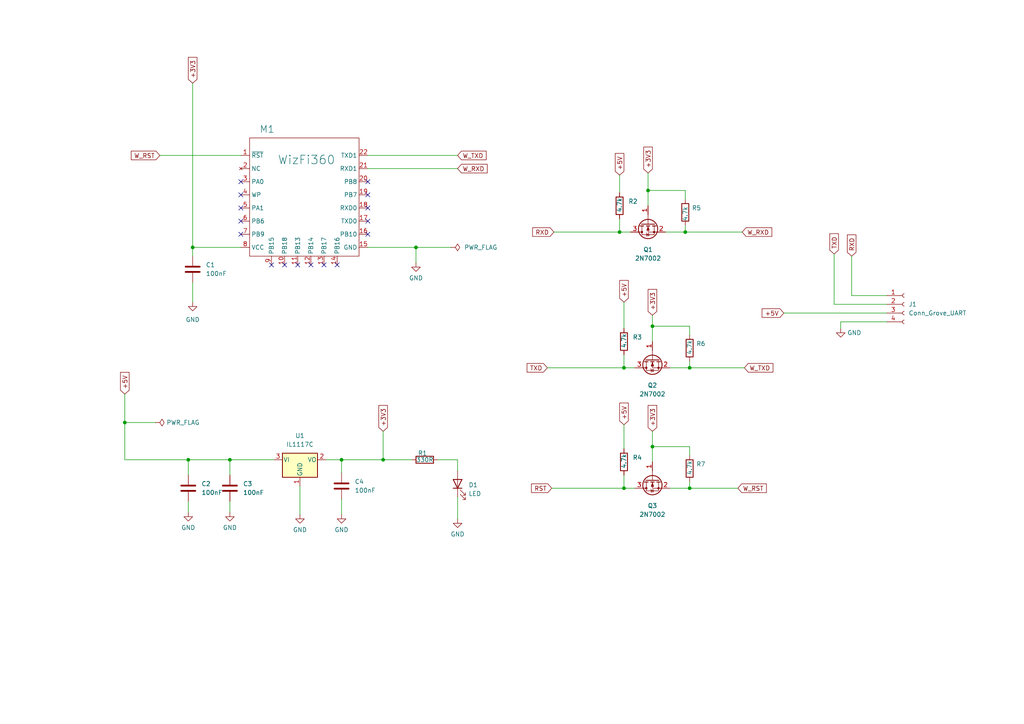
<source format=kicad_sch>
(kicad_sch (version 20211123) (generator eeschema)
  (paper "A4")
  (title_block (title "Grove_WizFi360") (date "2022-09-03") (rev "v01") (company "TinkererWay") (comment 2 "creativecommons.org/licenses/by/4.0/") (comment 3 "License: CC BY 4.0") (comment 4 "Author: Amal Mathew"))
  (lib_symbols
    (symbol "Connector:Conn_01x04_Female" (pin_names (offset 1.016) hide)
      (property "Reference" "J" (at 0 5.08 0))
      (property "Value" "Conn_01x04_Female" (at 0 -7.62 0))
      (symbol "Conn_01x04_Female_1_1"
        (arc (start 0 -4.572) (mid -0.508 -5.08) (end 0 -5.588) (stroke (width 0.1524)))
        (arc (start 0 -2.032) (mid -0.508 -2.54) (end 0 -3.048) (stroke (width 0.1524)))
        (polyline (pts (xy -1.27 -5.08) (xy -0.508 -5.08)) (stroke (width 0.1524)))
        (polyline (pts (xy -1.27 -2.54) (xy -0.508 -2.54)) (stroke (width 0.1524)))
        (polyline (pts (xy -1.27 0) (xy -0.508 0)) (stroke (width 0.1524)))
        (polyline (pts (xy -1.27 2.54) (xy -0.508 2.54)) (stroke (width 0.1524)))
        (arc (start 0 0.508) (mid -0.508 0) (end 0 -0.508) (stroke (width 0.1524)))
        (arc (start 0 3.048) (mid -0.508 2.54) (end 0 2.032) (stroke (width 0.1524)))
        (pin passive line (at -5.08 2.54 0) (length 3.81) (name "Pin_1") (number "1"))
        (pin passive line (at -5.08 0 0) (length 3.81) (name "Pin_2") (number "2"))
        (pin passive line (at -5.08 -2.54 0) (length 3.81) (name "Pin_3") (number "3"))
        (pin passive line (at -5.08 -5.08 0) (length 3.81) (name "Pin_4") (number "4"))
      )
    )
    (symbol "Device:C" (pin_numbers hide) (pin_names (offset 0.254))
      (property "Reference" "C" (at 0.635 2.54 0))
      (property "Value" "C" (at 0.635 -2.54 0))
      (symbol "C_0_1"
        (polyline (pts (xy -2.032 -0.762) (xy 2.032 -0.762)) (stroke (width 0.508)))
        (polyline (pts (xy -2.032 0.762) (xy 2.032 0.762)) (stroke (width 0.508)))
      )
      (symbol "C_1_1"
        (pin passive line (at 0 3.81 270) (length 2.794) (name "~") (number "1"))
        (pin passive line (at 0 -3.81 90) (length 2.794) (name "~") (number "2"))
      )
    )
    (symbol "Device:LED" (pin_numbers hide) (pin_names (offset 1.016) hide)
      (property "Reference" "D" (at 0 2.54 0))
      (property "Value" "LED" (at 0 -2.54 0))
      (symbol "LED_0_1"
        (polyline (pts (xy -1.27 -1.27) (xy -1.27 1.27)) (stroke (width 0.254)))
        (polyline (pts (xy -1.27 0) (xy 1.27 0)))
        (polyline (pts (xy 1.27 -1.27) (xy 1.27 1.27) (xy -1.27 0) (xy 1.27 -1.27)) (stroke (width 0.254)))
        (polyline (pts (xy -3.048 -0.762) (xy -4.572 -2.286) (xy -3.81 -2.286) (xy -4.572 -2.286) (xy -4.572 -1.524)))
        (polyline (pts (xy -1.778 -0.762) (xy -3.302 -2.286) (xy -2.54 -2.286) (xy -3.302 -2.286) (xy -3.302 -1.524)))
      )
      (symbol "LED_1_1"
        (pin passive line (at -3.81 0 0) (length 2.54) (name "K") (number "1"))
        (pin passive line (at 3.81 0 180) (length 2.54) (name "A") (number "2"))
      )
    )
    (symbol "Device:R" (pin_numbers hide) (pin_names (offset 0))
      (property "Reference" "R" (at 2.032 0 90))
      (property "Value" "R" (at 0 0 90))
      (symbol "R_0_1"
        (rectangle (start -1.016 -2.54) (end 1.016 2.54) (stroke (width 0.254)))
      )
      (symbol "R_1_1"
        (pin passive line (at 0 3.81 270) (length 1.27) (name "~") (number "1"))
        (pin passive line (at 0 -3.81 90) (length 1.27) (name "~") (number "2"))
      )
    )
    (symbol "Regulator_Linear:AP1117-33" (pin_names (offset 0.254))
      (property "Reference" "U" (at -3.81 3.175 0))
      (property "Value" "AP1117-33" (at 0 3.175 0))
      (symbol "AP1117-33_0_1"
        (rectangle (start -5.08 -5.08) (end 5.08 1.905) (stroke (width 0.254)) (fill (type background)))
      )
      (symbol "AP1117-33_1_1"
        (pin power_in line (at 0 -7.62 90) (length 2.54) (name "GND") (number "1"))
        (pin power_out line (at 7.62 0 180) (length 2.54) (name "VO") (number "2"))
        (pin power_in line (at -7.62 0 0) (length 2.54) (name "VI") (number "3"))
      )
    )
    (symbol "Transistor_FET:2N7002" (pin_names hide)
      (property "Reference" "Q" (at 5.08 1.905 0))
      (property "Value" "2N7002" (at 5.08 0 0))
      (symbol "2N7002_0_1"
        (polyline (pts (xy 0.254 0) (xy -2.54 0)))
        (polyline (pts (xy 0.254 1.905) (xy 0.254 -1.905)) (stroke (width 0.254)))
        (polyline (pts (xy 0.762 -1.27) (xy 0.762 -2.286)) (stroke (width 0.254)))
        (polyline (pts (xy 0.762 0.508) (xy 0.762 -0.508)) (stroke (width 0.254)))
        (polyline (pts (xy 0.762 2.286) (xy 0.762 1.27)) (stroke (width 0.254)))
        (polyline (pts (xy 2.54 2.54) (xy 2.54 1.778)))
        (polyline (pts (xy 2.54 -2.54) (xy 2.54 0) (xy 0.762 0)))
        (polyline (pts (xy 0.762 -1.778) (xy 3.302 -1.778) (xy 3.302 1.778) (xy 0.762 1.778)))
        (polyline (pts (xy 1.016 0) (xy 2.032 0.381) (xy 2.032 -0.381) (xy 1.016 0)) (fill (type outline)))
        (polyline (pts (xy 2.794 0.508) (xy 2.921 0.381) (xy 3.683 0.381) (xy 3.81 0.254)))
        (polyline (pts (xy 3.302 0.381) (xy 2.921 -0.254) (xy 3.683 -0.254) (xy 3.302 0.381)))
        (circle (center 1.651 0) (radius 2.794) (stroke (width 0.254)))
        (circle (center 2.54 -1.778) (radius 0.254) (fill (type outline)))
        (circle (center 2.54 1.778) (radius 0.254) (fill (type outline)))
      )
      (symbol "2N7002_1_1"
        (pin input line (at -5.08 0 0) (length 2.54) (name "G") (number "1"))
        (pin passive line (at 2.54 -5.08 90) (length 2.54) (name "S") (number "2"))
        (pin passive line (at 2.54 5.08 270) (length 2.54) (name "D") (number "3"))
      )
    )
    (symbol "WizNet:WizFi360"
      (property "Reference" "M" (at -13.97 22.86 0))
      (property "Value" "WizFi360" (at 0 17.78 0))
      (symbol "WizFi360_0_1"
        (rectangle (start -15.24 21.59) (end 16.51 -12.7))
      )
      (symbol "WizFi360_1_1"
        (pin input line (at -17.78 16.51 0) (length 2.54) (name "~{RST}") (number "1"))
        (pin bidirectional line (at -5.08 -15.24 90) (length 2.54) (name "PB18") (number "10"))
        (pin bidirectional line (at -1.27 -15.24 90) (length 2.54) (name "PB13") (number "11"))
        (pin bidirectional line (at 2.54 -15.24 90) (length 2.54) (name "PB14") (number "12"))
        (pin bidirectional line (at 6.35 -15.24 90) (length 2.54) (name "PB17") (number "13"))
        (pin bidirectional line (at 10.16 -15.24 90) (length 2.54) (name "PB16") (number "14"))
        (pin power_in line (at 19.05 -10.16 180) (length 2.54) (name "GND") (number "15"))
        (pin output line (at 19.05 -6.35 180) (length 2.54) (name "PB10") (number "16"))
        (pin output line (at 19.05 -2.54 180) (length 2.54) (name "TXD0") (number "17"))
        (pin input line (at 19.05 1.27 180) (length 2.54) (name "RXD0") (number "18"))
        (pin output line (at 19.05 5.08 180) (length 2.54) (name "PB7") (number "19"))
        (pin no_connect line (at -17.78 12.7 0) (length 2.54) (name "NC") (number "2"))
        (pin bidirectional line (at 19.05 8.89 180) (length 2.54) (name "PB8") (number "20"))
        (pin input line (at 19.05 12.7 180) (length 2.54) (name "RXD1") (number "21"))
        (pin output line (at 19.05 16.51 180) (length 2.54) (name "TXD1") (number "22"))
        (pin bidirectional line (at -17.78 8.89 0) (length 2.54) (name "PA0") (number "3"))
        (pin input line (at -17.78 5.08 0) (length 2.54) (name "WP") (number "4"))
        (pin input line (at -17.78 1.27 0) (length 2.54) (name "PA1") (number "5"))
        (pin bidirectional line (at -17.78 -2.54 0) (length 2.54) (name "PB6") (number "6"))
        (pin input line (at -17.78 -6.35 0) (length 2.54) (name "PB9") (number "7"))
        (pin power_in line (at -17.78 -10.16 0) (length 2.54) (name "VCC") (number "8"))
        (pin bidirectional line (at -8.89 -15.24 90) (length 2.54) (name "PB15") (number "9"))
      )
    )
    (symbol "power:GND" (power) (pin_names (offset 0))
      (property "Value" "GND" (at 0 -3.81 0))
      (symbol "GND_0_1"
        (polyline (pts (xy 0 0) (xy 0 -1.27) (xy 1.27 -1.27) (xy 0 -2.54) (xy -1.27 -1.27) (xy 0 -1.27)))
      )
      (symbol "GND_1_1"
        (pin power_in line (at 0 0 270) (length 0) hide (name "GND") (number "1"))
      )
    )
    (symbol "power:PWR_FLAG" (power) (pin_numbers hide) (pin_names (offset 0) hide)
      (property "Value" "PWR_FLAG" (at 0 3.81 0))
      (symbol "PWR_FLAG_0_0"
        (pin power_out line (at 0 0 90) (length 0) (name "pwr") (number "1"))
      )
      (symbol "PWR_FLAG_0_1"
        (polyline (pts (xy 0 0) (xy 0 1.27) (xy -1.016 1.905) (xy 0 2.54) (xy 1.016 1.905) (xy 0 1.27)))
      )
    )
  )
  (junction (at 111.125 133.35))
  (junction (at 180.975 106.68))
  (junction (at 120.65 71.755))
  (junction (at 200.025 141.605))
  (junction (at 66.675 133.35))
  (junction (at 99.06 133.35))
  (junction (at 36.195 122.555))
  (junction (at 200.025 106.68))
  (junction (at 189.23 129.54))
  (junction (at 189.23 94.615))
  (junction (at 54.61 133.35))
  (junction (at 180.975 141.605))
  (junction (at 198.755 67.31))
  (junction (at 179.705 67.31))
  (junction (at 187.96 55.245))
  (junction (at 55.88 71.755))
  (no_connect (at 69.85 52.705))
  (no_connect (at 69.85 56.515))
  (no_connect (at 106.68 52.705))
  (no_connect (at 82.55 76.835))
  (no_connect (at 86.36 76.835))
  (no_connect (at 90.17 76.835))
  (no_connect (at 93.98 76.835))
  (no_connect (at 97.79 76.835))
  (no_connect (at 106.68 56.515))
  (no_connect (at 106.68 60.325))
  (no_connect (at 78.74 76.835))
  (no_connect (at 106.68 67.945))
  (no_connect (at 106.68 64.135))
  (no_connect (at 69.85 60.325))
  (no_connect (at 69.85 64.135))
  (no_connect (at 69.85 67.945))
  (wire (pts (xy 187.96 55.245) (xy 187.96 59.69)))
  (wire (pts (xy 243.84 93.345) (xy 243.84 95.25)))
  (wire (pts (xy 54.61 133.35) (xy 36.195 133.35)))
  (wire (pts (xy 99.06 133.35) (xy 111.125 133.35)))
  (wire (pts (xy 54.61 145.415) (xy 54.61 148.59)))
  (wire (pts (xy 187.96 50.165) (xy 187.96 55.245)))
  (wire (pts (xy 200.025 141.605) (xy 194.31 141.605)))
  (wire (pts (xy 200.025 94.615) (xy 189.23 94.615)))
  (wire (pts (xy 227.33 90.805) (xy 257.175 90.805)))
  (wire (pts (xy 198.755 57.785) (xy 198.755 55.245)))
  (wire (pts (xy 200.025 97.155) (xy 200.025 94.615)))
  (wire (pts (xy 158.75 106.68) (xy 180.975 106.68)))
  (wire (pts (xy 200.025 104.775) (xy 200.025 106.68)))
  (wire (pts (xy 189.23 129.54) (xy 189.23 133.985)))
  (wire (pts (xy 111.125 125.095) (xy 111.125 133.35)))
  (wire (pts (xy 160.655 67.31) (xy 179.705 67.31)))
  (wire (pts (xy 86.995 140.97) (xy 86.995 149.225)))
  (wire (pts (xy 180.975 106.68) (xy 184.15 106.68)))
  (wire (pts (xy 241.935 73.66) (xy 241.935 88.265)))
  (wire (pts (xy 179.705 63.5) (xy 179.705 67.31)))
  (wire (pts (xy 179.705 67.31) (xy 182.88 67.31)))
  (wire (pts (xy 132.715 133.35) (xy 127 133.35)))
  (wire (pts (xy 55.88 71.755) (xy 55.88 74.295)))
  (wire (pts (xy 200.025 141.605) (xy 213.995 141.605)))
  (wire (pts (xy 180.975 141.605) (xy 184.15 141.605)))
  (wire (pts (xy 160.02 141.605) (xy 180.975 141.605)))
  (wire (pts (xy 55.88 24.13) (xy 55.88 71.755)))
  (wire (pts (xy 200.025 132.08) (xy 200.025 129.54)))
  (wire (pts (xy 54.61 137.795) (xy 54.61 133.35)))
  (wire (pts (xy 66.675 145.415) (xy 66.675 148.59)))
  (wire (pts (xy 200.025 106.68) (xy 194.31 106.68)))
  (wire (pts (xy 200.025 129.54) (xy 189.23 129.54)))
  (wire (pts (xy 66.675 133.35) (xy 79.375 133.35)))
  (wire (pts (xy 36.195 114.3) (xy 36.195 122.555)))
  (wire (pts (xy 180.975 102.87) (xy 180.975 106.68)))
  (wire (pts (xy 200.025 139.7) (xy 200.025 141.605)))
  (wire (pts (xy 198.755 55.245) (xy 187.96 55.245)))
  (wire (pts (xy 36.195 122.555) (xy 45.085 122.555)))
  (wire (pts (xy 180.975 123.19) (xy 180.975 130.175)))
  (wire (pts (xy 55.88 71.755) (xy 69.85 71.755)))
  (wire (pts (xy 66.675 137.795) (xy 66.675 133.35)))
  (wire (pts (xy 106.68 48.895) (xy 132.715 48.895)))
  (wire (pts (xy 189.23 91.44) (xy 189.23 94.615)))
  (wire (pts (xy 46.355 45.085) (xy 69.85 45.085)))
  (wire (pts (xy 180.975 87.63) (xy 180.975 95.25)))
  (wire (pts (xy 106.68 45.085) (xy 132.715 45.085)))
  (wire (pts (xy 198.755 65.405) (xy 198.755 67.31)))
  (wire (pts (xy 132.715 144.145) (xy 132.715 150.495)))
  (wire (pts (xy 198.755 67.31) (xy 193.04 67.31)))
  (wire (pts (xy 111.125 133.35) (xy 119.38 133.35)))
  (wire (pts (xy 180.975 137.795) (xy 180.975 141.605)))
  (wire (pts (xy 189.23 125.095) (xy 189.23 129.54)))
  (wire (pts (xy 257.175 93.345) (xy 243.84 93.345)))
  (wire (pts (xy 179.705 50.8) (xy 179.705 55.88)))
  (wire (pts (xy 36.195 122.555) (xy 36.195 133.35)))
  (wire (pts (xy 106.68 71.755) (xy 120.65 71.755)))
  (wire (pts (xy 200.025 106.68) (xy 215.9 106.68)))
  (wire (pts (xy 189.23 94.615) (xy 189.23 99.06)))
  (wire (pts (xy 247.015 74.295) (xy 247.015 85.725)))
  (wire (pts (xy 55.88 81.915) (xy 55.88 87.63)))
  (wire (pts (xy 198.755 67.31) (xy 215.265 67.31)))
  (wire (pts (xy 132.715 136.525) (xy 132.715 133.35)))
  (wire (pts (xy 94.615 133.35) (xy 99.06 133.35)))
  (wire (pts (xy 257.175 88.265) (xy 241.935 88.265)))
  (wire (pts (xy 120.65 71.755) (xy 120.65 76.2)))
  (wire (pts (xy 99.06 133.35) (xy 99.06 137.16)))
  (wire (pts (xy 247.015 85.725) (xy 257.175 85.725)))
  (wire (pts (xy 99.06 144.78) (xy 99.06 149.225)))
  (wire (pts (xy 120.65 71.755) (xy 130.81 71.755)))
  (wire (pts (xy 54.61 133.35) (xy 66.675 133.35)))
  (global_label "TXD" (shape input) (at 158.75 106.68 180) (property "Intersheet References" "${INTERSHEET_REFS}" (effects hide)))
  (global_label "+3V3" (shape input) (at 187.96 50.165 90) (property "Intersheet References" "${INTERSHEET_REFS}" (effects hide)))
  (global_label "+3V3" (shape input) (at 55.88 24.13 90) (property "Intersheet References" "${INTERSHEET_REFS}" (effects hide)))
  (global_label "+5V" (shape input) (at 180.975 123.19 90) (property "Intersheet References" "${INTERSHEET_REFS}" (effects hide)))
  (global_label "W_RXD" (shape input) (at 132.715 48.895 0) (property "Intersheet References" "${INTERSHEET_REFS}" (effects hide)))
  (global_label "TXD" (shape input) (at 241.935 73.66 90) (property "Intersheet References" "${INTERSHEET_REFS}" (effects hide)))
  (global_label "+3V3" (shape input) (at 189.23 91.44 90) (property "Intersheet References" "${INTERSHEET_REFS}" (effects hide)))
  (global_label "+5V" (shape input) (at 36.195 114.3 90) (property "Intersheet References" "${INTERSHEET_REFS}" (effects hide)))
  (global_label "W_RST" (shape input) (at 213.995 141.605 0) (property "Intersheet References" "${INTERSHEET_REFS}" (effects hide)))
  (global_label "+5V" (shape input) (at 180.975 87.63 90) (property "Intersheet References" "${INTERSHEET_REFS}" (effects hide)))
  (global_label "W_RXD" (shape input) (at 215.265 67.31 0) (property "Intersheet References" "${INTERSHEET_REFS}" (effects hide)))
  (global_label "+3V3" (shape input) (at 111.125 125.095 90) (property "Intersheet References" "${INTERSHEET_REFS}" (effects hide)))
  (global_label "+5V" (shape input) (at 227.33 90.805 180) (property "Intersheet References" "${INTERSHEET_REFS}" (effects hide)))
  (global_label "RST" (shape input) (at 160.02 141.605 180) (property "Intersheet References" "${INTERSHEET_REFS}" (effects hide)))
  (global_label "W_RST" (shape input) (at 46.355 45.085 180) (property "Intersheet References" "${INTERSHEET_REFS}" (effects hide)))
  (global_label "W_TXD" (shape input) (at 215.9 106.68 0) (property "Intersheet References" "${INTERSHEET_REFS}" (effects hide)))
  (global_label "+3V3" (shape input) (at 189.23 125.095 90) (property "Intersheet References" "${INTERSHEET_REFS}" (effects hide)))
  (global_label "+5V" (shape input) (at 179.705 50.8 90) (property "Intersheet References" "${INTERSHEET_REFS}" (effects hide)))
  (global_label "W_TXD" (shape input) (at 132.715 45.085 0) (property "Intersheet References" "${INTERSHEET_REFS}" (effects hide)))
  (global_label "RXD" (shape input) (at 247.015 74.295 90) (property "Intersheet References" "${INTERSHEET_REFS}" (effects hide)))
  (global_label "RXD" (shape input) (at 160.655 67.31 180) (property "Intersheet References" "${INTERSHEET_REFS}" (effects hide)))
  (symbol (lib_id "Device:C") (at 99.06 140.97 0) (unit 1)
    (property "Reference" "C4" (at 102.87 139.6999 0) (effects (justify left)))
    (property "Value" "100nF" (at 102.87 142.2399 0) (effects (justify left)))
    (property "Footprint" "Capacitor_SMD:C_0201_0603Metric" (effects hide))
  )
  (symbol (lib_id "WizNet:WizFi360") (at 87.63 61.595 0) (unit 1)
    (property "Reference" "M1" (at 77.47 37.465 0) (effects (font (size 2 2))))
    (property "Value" "WizFi360" (at 88.9 46.355 0) (effects (font (size 2.5 2.5))))
    (property "Footprint" "WizNet:WizFi360-PA" (effects hide))
    (property "Datasheet" "https://docs.wiznet.io/img/products/wizfi360/wizfi360ds/wizfi360_hardware_design_guide_v104_en.pdf" (effects hide))
  )
  (symbol (lib_id "Device:R") (at 198.755 61.595 0) (unit 1)
    (property "Reference" "R5" (at 200.66 60.3249 0) (effects (justify left)))
    (property "Value" "4.7k" (at 198.755 64.135 90) (effects (justify left)))
    (property "Footprint" "Resistor_SMD:R_0201_0603Metric_Pad0.64x0.40mm_HandSolder" (effects hide))
  )
  (symbol (lib_id "power:GND") (at 86.995 149.225 0) (unit 1)
    (property "Reference" "#PWR06" (effects hide))
    (property "Value" "GND" (at 86.995 153.67 0))
  )
  (symbol (lib_id "Device:R") (at 123.19 133.35 90) (unit 1)
    (property "Reference" "R1" (at 122.555 131.445 90))
    (property "Value" "330R" (at 123.19 133.35 90))
    (property "Footprint" "Resistor_SMD:R_0201_0603Metric_Pad0.64x0.40mm_HandSolder" (effects hide))
  )
  (symbol (lib_id "Device:R") (at 180.975 133.985 0) (unit 1)
    (property "Reference" "R4" (at 183.515 132.7149 0) (effects (justify left)))
    (property "Value" "4.7k" (at 180.975 135.89 90) (effects (justify left)))
    (property "Footprint" "Resistor_SMD:R_0201_0603Metric_Pad0.64x0.40mm_HandSolder" (effects hide))
  )
  (symbol (lib_id "power:GND") (at 55.88 87.63 0) (unit 1)
    (property "Reference" "#PWR03" (effects hide))
    (property "Value" "GND" (at 55.88 92.71 0))
  )
  (symbol (lib_id "Transistor_FET:2N7002") (at 189.23 139.065 90) (mirror x) (unit 1)
    (property "Reference" "Q3" (at 189.23 146.685 90))
    (property "Value" "2N7002" (at 189.23 149.225 90))
    (property "Footprint" "Package_TO_SOT_SMD:SOT-23" (effects hide))
    (property "Datasheet" "https://www.onsemi.com/pub/Collateral/NDS7002A-D.PDF" (effects hide))
  )
  (symbol (lib_id "Transistor_FET:2N7002") (at 189.23 104.14 90) (mirror x) (unit 1)
    (property "Reference" "Q2" (at 189.23 111.76 90))
    (property "Value" "2N7002" (at 189.23 114.3 90))
    (property "Footprint" "Package_TO_SOT_SMD:SOT-23" (effects hide))
    (property "Datasheet" "https://www.onsemi.com/pub/Collateral/NDS7002A-D.PDF" (effects hide))
  )
  (symbol (lib_id "power:GND") (at 99.06 149.225 0) (unit 1)
    (property "Reference" "#PWR07" (effects hide))
    (property "Value" "GND" (at 99.06 153.67 0))
  )
  (symbol (lib_id "Device:LED") (at 132.715 140.335 90) (unit 1)
    (property "Reference" "D1" (at 135.89 140.6524 90) (effects (justify right)))
    (property "Value" "LED" (at 135.89 143.1924 90) (effects (justify right)))
    (property "Footprint" "LED_SMD:LED_0603_1608Metric_Pad1.05x0.95mm_HandSolder" (effects hide))
  )
  (symbol (lib_id "power:PWR_FLAG") (at 45.085 122.555 270) (unit 1)
    (property "Reference" "#FLG0102" (effects hide))
    (property "Value" "PWR_FLAG" (at 48.26 122.5549 90) (effects (justify left)))
  )
  (symbol (lib_id "Connector:Conn_01x04_Female") (at 262.255 88.265 0) (unit 1)
    (property "Reference" "J1" (at 263.525 88.2649 0) (effects (justify left)))
    (property "Value" "Conn_Grove_UART" (at 263.525 90.8049 0) (effects (justify left)))
    (property "Footprint" "Connector_PinHeader_2.00mm:PinHeader_1x04_P2.00mm_Vertical" (effects hide))
  )
  (symbol (lib_id "power:GND") (at 54.61 148.59 0) (unit 1)
    (property "Reference" "#PWR04" (effects hide))
    (property "Value" "GND" (at 54.61 153.035 0))
  )
  (symbol (lib_id "Device:C") (at 55.88 78.105 0) (unit 1)
    (property "Reference" "C1" (at 59.69 76.8349 0) (effects (justify left)))
    (property "Value" "100nF" (at 59.69 79.3749 0) (effects (justify left)))
    (property "Footprint" "Capacitor_SMD:C_0201_0603Metric" (effects hide))
  )
  (symbol (lib_id "Device:C") (at 54.61 141.605 0) (unit 1)
    (property "Reference" "C2" (at 58.42 140.3349 0) (effects (justify left)))
    (property "Value" "100nF" (at 58.42 142.8749 0) (effects (justify left)))
    (property "Footprint" "Capacitor_SMD:C_0201_0603Metric" (effects hide))
  )
  (symbol (lib_id "power:GND") (at 132.715 150.495 0) (unit 1)
    (property "Reference" "#PWR010" (effects hide))
    (property "Value" "GND" (at 132.715 154.94 0))
  )
  (symbol (lib_id "Device:R") (at 200.025 100.965 0) (unit 1)
    (property "Reference" "R6" (at 201.93 99.6949 0) (effects (justify left)))
    (property "Value" "4.7k" (at 200.025 102.87 90) (effects (justify left)))
    (property "Footprint" "Resistor_SMD:R_0201_0603Metric_Pad0.64x0.40mm_HandSolder" (effects hide))
  )
  (symbol (lib_id "power:PWR_FLAG") (at 130.81 71.755 270) (unit 1)
    (property "Reference" "#FLG0101" (effects hide))
    (property "Value" "PWR_FLAG" (at 134.62 71.7549 90) (effects (justify left)))
  )
  (symbol (lib_id "Device:R") (at 180.975 99.06 0) (unit 1)
    (property "Reference" "R3" (at 183.515 97.7899 0) (effects (justify left)))
    (property "Value" "4.7k" (at 180.975 100.965 90) (effects (justify left)))
    (property "Footprint" "Resistor_SMD:R_0201_0603Metric_Pad0.64x0.40mm_HandSolder" (effects hide))
  )
  (symbol (lib_id "Device:C") (at 66.675 141.605 0) (unit 1)
    (property "Reference" "C3" (at 70.485 140.3349 0) (effects (justify left)))
    (property "Value" "100nF" (at 70.485 142.8749 0) (effects (justify left)))
    (property "Footprint" "Capacitor_SMD:C_0201_0603Metric" (effects hide))
  )
  (symbol (lib_id "power:GND") (at 120.65 76.2 0) (unit 1)
    (property "Reference" "#PWR09" (effects hide))
    (property "Value" "GND" (at 120.65 80.645 0))
  )
  (symbol (lib_id "Regulator_Linear:AP1117-33") (at 86.995 133.35 0) (unit 1)
    (property "Reference" "U1" (at 86.995 126.365 0))
    (property "Value" "IL1117C" (at 86.995 128.905 0))
    (property "Footprint" "Package_TO_SOT_SMD:SOT-223-3_TabPin2" (effects hide))
    (property "Datasheet" "http://www.diodes.com/datasheets/AP1117.pdf" (effects hide))
  )
  (symbol (lib_id "power:GND") (at 66.675 148.59 0) (unit 1)
    (property "Reference" "#PWR05" (effects hide))
    (property "Value" "GND" (at 66.675 153.035 0))
  )
  (symbol (lib_id "Device:R") (at 179.705 59.69 0) (unit 1)
    (property "Reference" "R2" (at 182.245 58.4199 0) (effects (justify left)))
    (property "Value" "4.7k" (at 179.705 61.595 90) (effects (justify left)))
    (property "Footprint" "Resistor_SMD:R_0201_0603Metric_Pad0.64x0.40mm_HandSolder" (effects hide))
  )
  (symbol (lib_id "Device:R") (at 200.025 135.89 0) (unit 1)
    (property "Reference" "R7" (at 201.93 134.6199 0) (effects (justify left)))
    (property "Value" "4.7k" (at 200.025 137.795 90) (effects (justify left)))
    (property "Footprint" "Resistor_SMD:R_0201_0603Metric_Pad0.64x0.40mm_HandSolder" (effects hide))
  )
  (symbol (lib_id "Transistor_FET:2N7002") (at 187.96 64.77 90) (mirror x) (unit 1)
    (property "Reference" "Q1" (at 187.96 72.39 90))
    (property "Value" "2N7002" (at 187.96 74.93 90))
    (property "Footprint" "Package_TO_SOT_SMD:SOT-23" (effects hide))
    (property "Datasheet" "https://www.onsemi.com/pub/Collateral/NDS7002A-D.PDF" (effects hide))
  )
  (symbol (lib_id "power:GND") (at 243.84 95.25 0) (unit 1)
    (property "Reference" "#PWR018" (effects hide))
    (property "Value" "GND" (at 245.745 96.5199 0) (effects (justify left)))
  )
)
</source>
